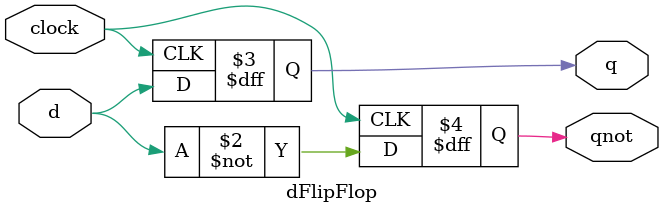
<source format=v>
module dFlipFlop (
    output reg q,qnot,input d,clock
);  
    always @(negedge clock) begin
        q <= d;
        qnot <= ~d;
    end
    
endmodule
</source>
